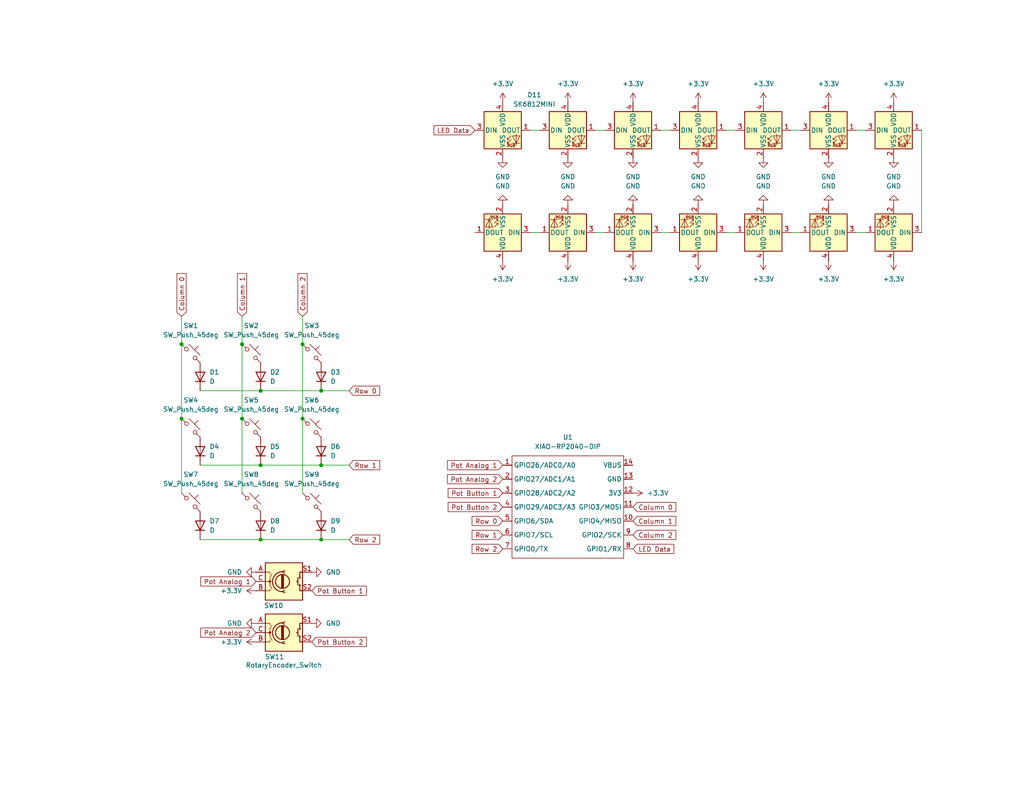
<source format=kicad_sch>
(kicad_sch (version 20231120) (generator "eeschema") (generator_version "8.0")
  (paper "USLetter")
  (title_block (title "SplashPad") (date "2025-02-07") (rev "1") (company "Logan Peterson"))
  (lib_symbols
    (symbol "Device:D" (pin_numbers hide) (pin_names (offset 1.016) hide)
      (property "Reference" "D" (at 0 2.54 0))
      (property "Value" "D" (at 0 -2.54 0))
      (symbol "D_0_1"
        (polyline (pts (xy -1.27 1.27) (xy -1.27 -1.27)) (stroke (width 0.254)))
        (polyline (pts (xy 1.27 0) (xy -1.27 0)))
        (polyline (pts (xy 1.27 1.27) (xy 1.27 -1.27) (xy -1.27 0) (xy 1.27 1.27)) (stroke (width 0.254)))
      )
      (symbol "D_1_1"
        (pin passive line (at -3.81 0 0) (length 2.54) (name "K") (number "1"))
        (pin passive line (at 3.81 0 180) (length 2.54) (name "A") (number "2"))
      )
    )
    (symbol "Device:RotaryEncoder_Switch" (pin_names (offset 0.254) hide)
      (property "Reference" "SW" (at 0 6.604 0))
      (property "Value" "RotaryEncoder_Switch" (at 0 -6.604 0))
      (symbol "RotaryEncoder_Switch_0_1"
        (rectangle (start -5.08 5.08) (end 5.08 -5.08) (stroke (width 0.254)) (fill (type background)))
        (circle (center -3.81 0) (radius 0.254) (fill (type outline)))
        (circle (center -0.381 0) (radius 1.905) (stroke (width 0.254)))
        (arc (start -0.381 2.667) (mid -3.0988 -0.0635) (end -0.381 -2.794) (stroke (width 0.254)))
        (polyline (pts (xy -0.635 -1.778) (xy -0.635 1.778)) (stroke (width 0.254)))
        (polyline (pts (xy -0.381 -1.778) (xy -0.381 1.778)) (stroke (width 0.254)))
        (polyline (pts (xy -0.127 1.778) (xy -0.127 -1.778)) (stroke (width 0.254)))
        (polyline (pts (xy 3.81 0) (xy 3.429 0)) (stroke (width 0.254)))
        (polyline (pts (xy 3.81 1.016) (xy 3.81 -1.016)) (stroke (width 0.254)))
        (polyline (pts (xy -5.08 -2.54) (xy -3.81 -2.54) (xy -3.81 -2.032)))
        (polyline (pts (xy -5.08 2.54) (xy -3.81 2.54) (xy -3.81 2.032)))
        (polyline (pts (xy 0.254 -3.048) (xy -0.508 -2.794) (xy 0.127 -2.413)) (stroke (width 0.254)))
        (polyline (pts (xy 0.254 2.921) (xy -0.508 2.667) (xy 0.127 2.286)) (stroke (width 0.254)))
        (polyline (pts (xy 5.08 -2.54) (xy 4.318 -2.54) (xy 4.318 -1.016)) (stroke (width 0.254)))
        (polyline (pts (xy 5.08 2.54) (xy 4.318 2.54) (xy 4.318 1.016)) (stroke (width 0.254)))
        (polyline (pts (xy -5.08 0) (xy -3.81 0) (xy -3.81 -1.016) (xy -3.302 -2.032)))
        (polyline (pts (xy -4.318 0) (xy -3.81 0) (xy -3.81 1.016) (xy -3.302 2.032)))
        (circle (center 4.318 -1.016) (radius 0.127) (stroke (width 0.254)))
        (circle (center 4.318 1.016) (radius 0.127) (stroke (width 0.254)))
      )
      (symbol "RotaryEncoder_Switch_1_1"
        (pin passive line (at -7.62 2.54 0) (length 2.54) (name "A") (number "A"))
        (pin passive line (at -7.62 -2.54 0) (length 2.54) (name "B") (number "B"))
        (pin passive line (at -7.62 0 0) (length 2.54) (name "C") (number "C"))
        (pin passive line (at 7.62 2.54 180) (length 2.54) (name "S1") (number "S1"))
        (pin passive line (at 7.62 -2.54 180) (length 2.54) (name "S2") (number "S2"))
      )
    )
    (symbol "LED:SK6812MINI" (pin_names (offset 0.254))
      (property "Reference" "D" (at 5.08 5.715 0))
      (property "Value" "SK6812MINI" (at 1.27 -5.715 0))
      (symbol "SK6812MINI_0_0"
        (text "RGB" (at 2.286 -4.191 0) (effects (font (size 0.762 0.762))))
      )
      (symbol "SK6812MINI_0_1"
        (polyline (pts (xy 1.27 -3.556) (xy 1.778 -3.556)))
        (polyline (pts (xy 1.27 -2.54) (xy 1.778 -2.54)))
        (polyline (pts (xy 4.699 -3.556) (xy 2.667 -3.556)))
        (polyline (pts (xy 2.286 -2.54) (xy 1.27 -3.556) (xy 1.27 -3.048)))
        (polyline (pts (xy 2.286 -1.524) (xy 1.27 -2.54) (xy 1.27 -2.032)))
        (polyline (pts (xy 3.683 -1.016) (xy 3.683 -3.556) (xy 3.683 -4.064)))
        (polyline (pts (xy 4.699 -1.524) (xy 2.667 -1.524) (xy 3.683 -3.556) (xy 4.699 -1.524)))
        (rectangle (start 5.08 5.08) (end -5.08 -5.08) (stroke (width 0.254)) (fill (type background)))
      )
      (symbol "SK6812MINI_1_1"
        (pin output line (at 7.62 0 180) (length 2.54) (name "DOUT") (number "1"))
        (pin power_in line (at 0 -7.62 90) (length 2.54) (name "VSS") (number "2"))
        (pin input line (at -7.62 0 0) (length 2.54) (name "DIN") (number "3"))
        (pin power_in line (at 0 7.62 270) (length 2.54) (name "VDD") (number "4"))
      )
    )
    (symbol "Seeed_Studio_XIAO_Series:XIAO-RP2040-DIP"
      (property "Reference" "U" (at 0 0 0))
      (property "Value" "XIAO-RP2040-DIP" (at 5.334 -1.778 0))
      (symbol "XIAO-RP2040-DIP_1_0"
        (polyline (pts (xy -1.27 -30.48) (xy -1.27 -16.51)) (stroke (width 0.1524)))
        (polyline (pts (xy -1.27 -27.94) (xy -2.54 -27.94)) (stroke (width 0.1524)))
        (polyline (pts (xy -1.27 -24.13) (xy -2.54 -24.13)) (stroke (width 0.1524)))
        (polyline (pts (xy -1.27 -20.32) (xy -2.54 -20.32)) (stroke (width 0.1524)))
        (polyline (pts (xy -1.27 -16.51) (xy -2.54 -16.51)) (stroke (width 0.1524)))
        (polyline (pts (xy -1.27 -16.51) (xy -1.27 -12.7)) (stroke (width 0.1524)))
        (polyline (pts (xy -1.27 -12.7) (xy -2.54 -12.7)) (stroke (width 0.1524)))
        (polyline (pts (xy -1.27 -12.7) (xy -1.27 -8.89)) (stroke (width 0.1524)))
        (polyline (pts (xy -1.27 -8.89) (xy -2.54 -8.89)) (stroke (width 0.1524)))
        (polyline (pts (xy -1.27 -8.89) (xy -1.27 -5.08)) (stroke (width 0.1524)))
        (polyline (pts (xy -1.27 -5.08) (xy -2.54 -5.08)) (stroke (width 0.1524)))
        (polyline (pts (xy -1.27 -5.08) (xy -1.27 -2.54)) (stroke (width 0.1524)))
        (polyline (pts (xy -1.27 -2.54) (xy 29.21 -2.54)) (stroke (width 0.1524)))
        (polyline (pts (xy 29.21 -30.48) (xy -1.27 -30.48)) (stroke (width 0.1524)))
        (polyline (pts (xy 29.21 -12.7) (xy 29.21 -30.48)) (stroke (width 0.1524)))
        (polyline (pts (xy 29.21 -8.89) (xy 29.21 -12.7)) (stroke (width 0.1524)))
        (polyline (pts (xy 29.21 -5.08) (xy 29.21 -8.89)) (stroke (width 0.1524)))
        (polyline (pts (xy 29.21 -2.54) (xy 29.21 -5.08)) (stroke (width 0.1524)))
        (polyline (pts (xy 30.48 -27.94) (xy 29.21 -27.94)) (stroke (width 0.1524)))
        (polyline (pts (xy 30.48 -24.13) (xy 29.21 -24.13)) (stroke (width 0.1524)))
        (polyline (pts (xy 30.48 -20.32) (xy 29.21 -20.32)) (stroke (width 0.1524)))
        (polyline (pts (xy 30.48 -16.51) (xy 29.21 -16.51)) (stroke (width 0.1524)))
        (polyline (pts (xy 30.48 -12.7) (xy 29.21 -12.7)) (stroke (width 0.1524)))
        (polyline (pts (xy 30.48 -8.89) (xy 29.21 -8.89)) (stroke (width 0.1524)))
        (polyline (pts (xy 30.48 -5.08) (xy 29.21 -5.08)) (stroke (width 0.1524)))
        (pin passive line (at -3.81 -5.08 0) (length 2.54) (name "GPIO26/ADC0/A0") (number "1"))
        (pin passive line (at 31.75 -20.32 180) (length 2.54) (name "GPIO4/MISO") (number "10"))
        (pin passive line (at 31.75 -16.51 180) (length 2.54) (name "GPIO3/MOSI") (number "11"))
        (pin passive line (at 31.75 -12.7 180) (length 2.54) (name "3V3") (number "12"))
        (pin passive line (at 31.75 -8.89 180) (length 2.54) (name "GND") (number "13"))
        (pin passive line (at 31.75 -5.08 180) (length 2.54) (name "VBUS") (number "14"))
        (pin passive line (at -3.81 -8.89 0) (length 2.54) (name "GPIO27/ADC1/A1") (number "2"))
        (pin passive line (at -3.81 -12.7 0) (length 2.54) (name "GPIO28/ADC2/A2") (number "3"))
        (pin passive line (at -3.81 -16.51 0) (length 2.54) (name "GPIO29/ADC3/A3") (number "4"))
        (pin passive line (at -3.81 -20.32 0) (length 2.54) (name "GPIO6/SDA") (number "5"))
        (pin passive line (at -3.81 -24.13 0) (length 2.54) (name "GPIO7/SCL") (number "6"))
        (pin passive line (at -3.81 -27.94 0) (length 2.54) (name "GPIO0/TX") (number "7"))
        (pin passive line (at 31.75 -27.94 180) (length 2.54) (name "GPIO1/RX") (number "8"))
        (pin passive line (at 31.75 -24.13 180) (length 2.54) (name "GPIO2/SCK") (number "9"))
      )
    )
    (symbol "Switch:SW_Push_45deg" (pin_numbers hide) (pin_names (offset 1.016) hide)
      (property "Reference" "SW" (at 3.048 1.016 0))
      (property "Value" "SW_Push_45deg" (at 0 -3.81 0))
      (symbol "SW_Push_45deg_0_1"
        (circle (center -1.1684 1.1684) (radius 0.508))
        (polyline (pts (xy -0.508 2.54) (xy 2.54 -0.508)))
        (polyline (pts (xy 1.016 1.016) (xy 2.032 2.032)))
        (polyline (pts (xy -2.54 2.54) (xy -1.524 1.524) (xy -1.524 1.524)))
        (polyline (pts (xy 1.524 -1.524) (xy 2.54 -2.54) (xy 2.54 -2.54) (xy 2.54 -2.54)))
        (circle (center 1.143 -1.1938) (radius 0.508))
        (pin passive line (at -2.54 2.54 0) (length 0) (name "1") (number "1"))
        (pin passive line (at 2.54 -2.54 180) (length 0) (name "2") (number "2"))
      )
    )
    (symbol "power:+3.3V" (power) (pin_numbers hide) (pin_names (offset 0) hide)
      (property "Value" "+3.3V" (at 0 3.556 0))
      (symbol "+3.3V_0_1"
        (polyline (pts (xy -0.762 1.27) (xy 0 2.54)))
        (polyline (pts (xy 0 0) (xy 0 2.54)))
        (polyline (pts (xy 0 2.54) (xy 0.762 1.27)))
      )
      (symbol "+3.3V_1_1"
        (pin power_in line (at 0 0 90) (length 0) (name "~") (number "1"))
      )
    )
    (symbol "power:GND" (power) (pin_numbers hide) (pin_names (offset 0) hide)
      (property "Value" "GND" (at 0 -3.81 0))
      (symbol "GND_0_1"
        (polyline (pts (xy 0 0) (xy 0 -1.27) (xy 1.27 -1.27) (xy 0 -2.54) (xy -1.27 -1.27) (xy 0 -1.27)))
      )
      (symbol "GND_1_1"
        (pin power_in line (at 0 0 270) (length 0) (name "~") (number "1"))
      )
    )
  )
  (junction (at 82.55 93.98))
  (junction (at 71.12 147.32))
  (junction (at 49.53 114.3))
  (junction (at 87.63 127))
  (junction (at 66.04 114.3))
  (junction (at 71.12 127))
  (junction (at 87.63 147.32))
  (junction (at 87.63 106.68))
  (junction (at 49.53 93.98))
  (junction (at 66.04 93.98))
  (junction (at 82.55 114.3))
  (junction (at 71.12 106.68))
  (wire (pts (xy 200.66 63.5) (xy 198.12 63.5)))
  (wire (pts (xy 198.12 35.56) (xy 200.66 35.56)))
  (wire (pts (xy 82.55 93.98) (xy 82.55 114.3)))
  (wire (pts (xy 49.53 93.98) (xy 49.53 114.3)))
  (wire (pts (xy 71.12 106.68) (xy 87.63 106.68)))
  (wire (pts (xy 54.61 106.68) (xy 71.12 106.68)))
  (wire (pts (xy 236.22 63.5) (xy 233.68 63.5)))
  (wire (pts (xy 87.63 127) (xy 95.25 127)))
  (wire (pts (xy 218.44 63.5) (xy 215.9 63.5)))
  (wire (pts (xy 251.46 35.56) (xy 251.46 63.5)))
  (wire (pts (xy 162.56 63.5) (xy 165.1 63.5)))
  (wire (pts (xy 95.25 147.32) (xy 87.63 147.32)))
  (wire (pts (xy 180.34 35.56) (xy 182.88 35.56)))
  (wire (pts (xy 66.04 114.3) (xy 66.04 134.62)))
  (wire (pts (xy 162.56 35.56) (xy 165.1 35.56)))
  (wire (pts (xy 95.25 106.68) (xy 87.63 106.68)))
  (wire (pts (xy 66.04 86.36) (xy 66.04 93.98)))
  (wire (pts (xy 144.78 35.56) (xy 147.32 35.56)))
  (wire (pts (xy 54.61 127) (xy 71.12 127)))
  (wire (pts (xy 66.04 93.98) (xy 66.04 114.3)))
  (wire (pts (xy 49.53 114.3) (xy 49.53 134.62)))
  (wire (pts (xy 71.12 147.32) (xy 87.63 147.32)))
  (wire (pts (xy 54.61 147.32) (xy 71.12 147.32)))
  (wire (pts (xy 82.55 114.3) (xy 82.55 134.62)))
  (wire (pts (xy 236.22 35.56) (xy 233.68 35.56)))
  (wire (pts (xy 182.88 63.5) (xy 180.34 63.5)))
  (wire (pts (xy 71.12 127) (xy 87.63 127)))
  (wire (pts (xy 215.9 35.56) (xy 218.44 35.56)))
  (wire (pts (xy 144.78 63.5) (xy 147.32 63.5)))
  (wire (pts (xy 49.53 86.36) (xy 49.53 93.98)))
  (wire (pts (xy 82.55 86.36) (xy 82.55 93.98)))
  (global_label "Row 1" (shape input) (at 95.25 127 0) (property "Intersheetrefs" "${INTERSHEET_REFS}" (effects (hide yes))))
  (global_label "Pot Button 2" (shape input) (at 137.16 138.43 180) (property "Intersheetrefs" "${INTERSHEET_REFS}" (effects (hide yes))))
  (global_label "Pot Analog 2" (shape input) (at 137.16 130.81 180) (property "Intersheetrefs" "${INTERSHEET_REFS}" (effects (hide yes))))
  (global_label "Row 2" (shape input) (at 95.25 147.32 0) (property "Intersheetrefs" "${INTERSHEET_REFS}" (effects (hide yes))))
  (global_label "Row 0" (shape input) (at 95.25 106.68 0) (property "Intersheetrefs" "${INTERSHEET_REFS}" (effects (hide yes))))
  (global_label "Row 1" (shape input) (at 137.16 146.05 180) (property "Intersheetrefs" "${INTERSHEET_REFS}" (effects (hide yes))))
  (global_label "Pot Analog 1" (shape input) (at 69.85 158.75 180) (property "Intersheetrefs" "${INTERSHEET_REFS}" (effects (hide yes))))
  (global_label "LED Data" (shape input) (at 172.72 149.86 0) (property "Intersheetrefs" "${INTERSHEET_REFS}" (effects (hide yes))))
  (global_label "Pot Button 1" (shape input) (at 85.09 161.29 0) (property "Intersheetrefs" "${INTERSHEET_REFS}" (effects (hide yes))))
  (global_label "Column 0" (shape input) (at 49.53 86.36 90) (property "Intersheetrefs" "${INTERSHEET_REFS}" (effects (hide yes))))
  (global_label "Column 2" (shape input) (at 82.55 86.36 90) (property "Intersheetrefs" "${INTERSHEET_REFS}" (effects (hide yes))))
  (global_label "Column 1" (shape input) (at 172.72 142.24 0) (property "Intersheetrefs" "${INTERSHEET_REFS}" (effects (hide yes))))
  (global_label "Row 2" (shape input) (at 137.16 149.86 180) (property "Intersheetrefs" "${INTERSHEET_REFS}" (effects (hide yes))))
  (global_label "Pot Button 2" (shape input) (at 85.09 175.26 0) (property "Intersheetrefs" "${INTERSHEET_REFS}" (effects (hide yes))))
  (global_label "Column 0" (shape input) (at 172.72 138.43 0) (property "Intersheetrefs" "${INTERSHEET_REFS}" (effects (hide yes))))
  (global_label "Pot Button 1" (shape input) (at 137.16 134.62 180) (property "Intersheetrefs" "${INTERSHEET_REFS}" (effects (hide yes))))
  (global_label "Column 2" (shape input) (at 172.72 146.05 0) (property "Intersheetrefs" "${INTERSHEET_REFS}" (effects (hide yes))))
  (global_label "Column 1" (shape input) (at 66.04 86.36 90) (property "Intersheetrefs" "${INTERSHEET_REFS}" (effects (hide yes))))
  (global_label "LED Data" (shape input) (at 129.54 35.56 180) (property "Intersheetrefs" "${INTERSHEET_REFS}" (effects (hide yes))))
  (global_label "Pot Analog 1" (shape input) (at 137.16 127 180) (property "Intersheetrefs" "${INTERSHEET_REFS}" (effects (hide yes))))
  (global_label "Pot Analog 2" (shape input) (at 69.85 172.72 180) (property "Intersheetrefs" "${INTERSHEET_REFS}" (effects (hide yes))))
  (global_label "Row 0" (shape input) (at 137.16 142.24 180) (property "Intersheetrefs" "${INTERSHEET_REFS}" (effects (hide yes))))
  (symbol (lib_id "LED:SK6812MINI") (at 137.16 35.56 0) (unit 1)
    (property "Reference" "D10" (effects (hide yes)))
    (property "Value" "SK6812MINI" (effects (hide yes)))
    (property "Footprint" "LED_SMD:LED_SK6812MINI_PLCC4_3.5x3.5mm_P1.75mm" (effects (hide yes)))
    (property "Datasheet" "https://cdn-shop.adafruit.com/product-files/2686/SK6812MINI_REV.01-1-2.pdf" (effects (hide yes)))
    (property "Description" "RGB LED with integrated controller" (effects (hide yes)))
  )
  (symbol (lib_id "Switch:SW_Push_45deg") (at 52.07 137.16 0) (unit 1)
    (property "Reference" "SW7" (at 52.07 129.54 0))
    (property "Value" "SW_Push_45deg" (at 52.07 132.08 0))
    (property "Footprint" "Button_Switch_Keyboard:SW_Cherry_MX_1.00u_PCB" (effects (hide yes)))
    (property "Description" "Push button switch, normally open, two pins, 45° tilted" (effects (hide yes)))
  )
  (symbol (lib_id "power:+3.3V") (at 154.94 27.94 0) (unit 1)
    (property "Reference" "#PWR09" (effects (hide yes)))
    (property "Value" "+3.3V" (at 154.94 22.86 0))
    (property "Description" "Power symbol creates a global label with name \"+3.3V\"" (effects (hide yes)))
  )
  (symbol (lib_id "power:GND") (at 190.5 55.88 180) (unit 1)
    (property "Reference" "#PWR028" (effects (hide yes)))
    (property "Value" "GND" (at 190.5 50.8 0))
    (property "Description" "Power symbol creates a global label with name \"GND\" , ground" (effects (hide yes)))
  )
  (symbol (lib_id "Seeed_Studio_XIAO_Series:XIAO-RP2040-DIP") (at 140.97 121.92 0) (unit 1)
    (property "Reference" "U1" (at 154.94 119.38 0))
    (property "Value" "XIAO-RP2040-DIP" (at 154.94 121.92 0))
    (property "Footprint" "Seeed Studio XIAO Series Library:XIAO-RP2040-DIP" (effects (hide yes)))
  )
  (symbol (lib_id "LED:SK6812MINI") (at 172.72 63.5 180) (unit 1)
    (property "Reference" "D21" (effects (hide yes)))
    (property "Value" "SK6812MINI" (effects (hide yes)))
    (property "Footprint" "LED_SMD:LED_SK6812MINI_PLCC4_3.5x3.5mm_P1.75mm" (effects (hide yes)))
    (property "Datasheet" "https://cdn-shop.adafruit.com/product-files/2686/SK6812MINI_REV.01-1-2.pdf" (effects (hide yes)))
    (property "Description" "RGB LED with integrated controller" (effects (hide yes)))
  )
  (symbol (lib_id "power:GND") (at 208.28 43.18 0) (unit 1)
    (property "Reference" "#PWR017" (effects (hide yes)))
    (property "Value" "GND" (at 208.28 48.26 0))
    (property "Description" "Power symbol creates a global label with name \"GND\" , ground" (effects (hide yes)))
  )
  (symbol (lib_id "LED:SK6812MINI") (at 226.06 63.5 180) (unit 1)
    (property "Reference" "D18" (effects (hide yes)))
    (property "Value" "SK6812MINI" (effects (hide yes)))
    (property "Footprint" "LED_SMD:LED_SK6812MINI_PLCC4_3.5x3.5mm_P1.75mm" (effects (hide yes)))
    (property "Datasheet" "https://cdn-shop.adafruit.com/product-files/2686/SK6812MINI_REV.01-1-2.pdf" (effects (hide yes)))
    (property "Description" "RGB LED with integrated controller" (effects (hide yes)))
  )
  (symbol (lib_id "LED:SK6812MINI") (at 154.94 35.56 0) (unit 1)
    (property "Reference" "D11" (at 145.796 25.908 0))
    (property "Value" "SK6812MINI" (at 145.796 28.448 0))
    (property "Footprint" "LED_SMD:LED_SK6812MINI_PLCC4_3.5x3.5mm_P1.75mm" (effects (hide yes)))
    (property "Datasheet" "https://cdn-shop.adafruit.com/product-files/2686/SK6812MINI_REV.01-1-2.pdf" (effects (hide yes)))
    (property "Description" "RGB LED with integrated controller" (effects (hide yes)))
  )
  (symbol (lib_id "Device:D") (at 87.63 143.51 270) (mirror x) (unit 1)
    (property "Reference" "D9" (at 90.17 142.2399 90) (effects (justify left)))
    (property "Value" "D" (at 90.17 144.7799 90) (effects (justify left)))
    (property "Footprint" "Diode_THT:D_DO-35_SOD27_P7.62mm_Horizontal" (effects (hide yes)))
    (property "Description" "Diode" (effects (hide yes)))
    (property "Sim.Device" "D" (effects (hide yes)))
    (property "Sim.Pins" "1=K 2=A" (effects (hide yes)))
  )
  (symbol (lib_id "Device:D") (at 71.12 123.19 270) (mirror x) (unit 1)
    (property "Reference" "D5" (at 73.66 121.9199 90) (effects (justify left)))
    (property "Value" "D" (at 73.66 124.4599 90) (effects (justify left)))
    (property "Footprint" "Diode_THT:D_DO-35_SOD27_P7.62mm_Horizontal" (effects (hide yes)))
    (property "Description" "Diode" (effects (hide yes)))
    (property "Sim.Device" "D" (effects (hide yes)))
    (property "Sim.Pins" "1=K 2=A" (effects (hide yes)))
  )
  (symbol (lib_id "power:+3.3V") (at 137.16 71.12 180) (unit 1)
    (property "Reference" "#PWR035" (effects (hide yes)))
    (property "Value" "+3.3V" (at 137.16 76.2 0))
    (property "Description" "Power symbol creates a global label with name \"+3.3V\"" (effects (hide yes)))
  )
  (symbol (lib_id "power:+3.3V") (at 69.85 161.29 90) (unit 1)
    (property "Reference" "#PWR05" (effects (hide yes)))
    (property "Value" "+3.3V" (at 66.04 161.2899 90) (effects (justify left)))
    (property "Description" "Power symbol creates a global label with name \"+3.3V\"" (effects (hide yes)))
  )
  (symbol (lib_id "power:GND") (at 85.09 170.18 90) (unit 1)
    (property "Reference" "#PWR02" (effects (hide yes)))
    (property "Value" "GND" (at 88.9 170.1799 90) (effects (justify right)))
    (property "Description" "Power symbol creates a global label with name \"GND\" , ground" (effects (hide yes)))
  )
  (symbol (lib_id "power:GND") (at 137.16 43.18 0) (unit 1)
    (property "Reference" "#PWR011" (effects (hide yes)))
    (property "Value" "GND" (at 137.16 48.26 0))
    (property "Description" "Power symbol creates a global label with name \"GND\" , ground" (effects (hide yes)))
  )
  (symbol (lib_id "LED:SK6812MINI") (at 137.16 63.5 180) (unit 1)
    (property "Reference" "D23" (effects (hide yes)))
    (property "Value" "SK6812MINI" (effects (hide yes)))
    (property "Footprint" "LED_SMD:LED_SK6812MINI_PLCC4_3.5x3.5mm_P1.75mm" (effects (hide yes)))
    (property "Datasheet" "https://cdn-shop.adafruit.com/product-files/2686/SK6812MINI_REV.01-1-2.pdf" (effects (hide yes)))
    (property "Description" "RGB LED with integrated controller" (effects (hide yes)))
  )
  (symbol (lib_id "power:+3.3V") (at 69.85 175.26 90) (unit 1)
    (property "Reference" "#PWR06" (effects (hide yes)))
    (property "Value" "+3.3V" (at 66.04 175.2599 90) (effects (justify left)))
    (property "Description" "Power symbol creates a global label with name \"+3.3V\"" (effects (hide yes)))
  )
  (symbol (lib_id "power:+3.3V") (at 226.06 71.12 180) (unit 1)
    (property "Reference" "#PWR025" (effects (hide yes)))
    (property "Value" "+3.3V" (at 226.06 76.2 0))
    (property "Description" "Power symbol creates a global label with name \"+3.3V\"" (effects (hide yes)))
  )
  (symbol (lib_id "LED:SK6812MINI") (at 190.5 63.5 180) (unit 1)
    (property "Reference" "D20" (effects (hide yes)))
    (property "Value" "SK6812MINI" (effects (hide yes)))
    (property "Footprint" "LED_SMD:LED_SK6812MINI_PLCC4_3.5x3.5mm_P1.75mm" (effects (hide yes)))
    (property "Datasheet" "https://cdn-shop.adafruit.com/product-files/2686/SK6812MINI_REV.01-1-2.pdf" (effects (hide yes)))
    (property "Description" "RGB LED with integrated controller" (effects (hide yes)))
  )
  (symbol (lib_id "power:+3.3V") (at 190.5 71.12 180) (unit 1)
    (property "Reference" "#PWR029" (effects (hide yes)))
    (property "Value" "+3.3V" (at 190.5 76.2 0))
    (property "Description" "Power symbol creates a global label with name \"+3.3V\"" (effects (hide yes)))
  )
  (symbol (lib_id "Device:D") (at 87.63 123.19 270) (mirror x) (unit 1)
    (property "Reference" "D6" (at 90.17 121.9199 90) (effects (justify left)))
    (property "Value" "D" (at 90.17 124.4599 90) (effects (justify left)))
    (property "Footprint" "Diode_THT:D_DO-35_SOD27_P7.62mm_Horizontal" (effects (hide yes)))
    (property "Description" "Diode" (effects (hide yes)))
    (property "Sim.Device" "D" (effects (hide yes)))
    (property "Sim.Pins" "1=K 2=A" (effects (hide yes)))
  )
  (symbol (lib_id "Switch:SW_Push_45deg") (at 68.58 116.84 0) (unit 1)
    (property "Reference" "SW5" (at 68.58 109.22 0))
    (property "Value" "SW_Push_45deg" (at 68.58 111.76 0))
    (property "Footprint" "Button_Switch_Keyboard:SW_Cherry_MX_1.00u_PCB" (effects (hide yes)))
    (property "Description" "Push button switch, normally open, two pins, 45° tilted" (effects (hide yes)))
  )
  (symbol (lib_id "LED:SK6812MINI") (at 243.84 35.56 0) (unit 1)
    (property "Reference" "D16" (effects (hide yes)))
    (property "Value" "SK6812MINI" (effects (hide yes)))
    (property "Footprint" "LED_SMD:LED_SK6812MINI_PLCC4_3.5x3.5mm_P1.75mm" (effects (hide yes)))
    (property "Datasheet" "https://cdn-shop.adafruit.com/product-files/2686/SK6812MINI_REV.01-1-2.pdf" (effects (hide yes)))
    (property "Description" "RGB LED with integrated controller" (effects (hide yes)))
  )
  (symbol (lib_id "power:GND") (at 85.09 156.21 90) (unit 1)
    (property "Reference" "#PWR01" (effects (hide yes)))
    (property "Value" "GND" (at 88.9 156.2099 90) (effects (justify right)))
    (property "Description" "Power symbol creates a global label with name \"GND\" , ground" (effects (hide yes)))
  )
  (symbol (lib_id "power:+3.3V") (at 243.84 71.12 180) (unit 1)
    (property "Reference" "#PWR021" (effects (hide yes)))
    (property "Value" "+3.3V" (at 243.84 76.2 0))
    (property "Description" "Power symbol creates a global label with name \"+3.3V\"" (effects (hide yes)))
  )
  (symbol (lib_id "LED:SK6812MINI") (at 172.72 35.56 0) (unit 1)
    (property "Reference" "D12" (effects (hide yes)))
    (property "Value" "SK6812MINI" (effects (hide yes)))
    (property "Footprint" "LED_SMD:LED_SK6812MINI_PLCC4_3.5x3.5mm_P1.75mm" (effects (hide yes)))
    (property "Datasheet" "https://cdn-shop.adafruit.com/product-files/2686/SK6812MINI_REV.01-1-2.pdf" (effects (hide yes)))
    (property "Description" "RGB LED with integrated controller" (effects (hide yes)))
  )
  (symbol (lib_id "LED:SK6812MINI") (at 208.28 63.5 180) (unit 1)
    (property "Reference" "D19" (effects (hide yes)))
    (property "Value" "SK6812MINI" (effects (hide yes)))
    (property "Footprint" "LED_SMD:LED_SK6812MINI_PLCC4_3.5x3.5mm_P1.75mm" (effects (hide yes)))
    (property "Datasheet" "https://cdn-shop.adafruit.com/product-files/2686/SK6812MINI_REV.01-1-2.pdf" (effects (hide yes)))
    (property "Description" "RGB LED with integrated controller" (effects (hide yes)))
  )
  (symbol (lib_id "power:GND") (at 226.06 55.88 180) (unit 1)
    (property "Reference" "#PWR024" (effects (hide yes)))
    (property "Value" "GND" (at 226.06 50.8 0))
    (property "Description" "Power symbol creates a global label with name \"GND\" , ground" (effects (hide yes)))
  )
  (symbol (lib_id "Switch:SW_Push_45deg") (at 52.07 96.52 0) (unit 1)
    (property "Reference" "SW1" (at 52.07 88.9 0))
    (property "Value" "SW_Push_45deg" (at 52.07 91.44 0))
    (property "Footprint" "Button_Switch_Keyboard:SW_Cherry_MX_1.00u_PCB" (effects (hide yes)))
    (property "Description" "Push button switch, normally open, two pins, 45° tilted" (effects (hide yes)))
  )
  (symbol (lib_id "LED:SK6812MINI") (at 208.28 35.56 0) (unit 1)
    (property "Reference" "D14" (effects (hide yes)))
    (property "Value" "SK6812MINI" (effects (hide yes)))
    (property "Footprint" "LED_SMD:LED_SK6812MINI_PLCC4_3.5x3.5mm_P1.75mm" (effects (hide yes)))
    (property "Datasheet" "https://cdn-shop.adafruit.com/product-files/2686/SK6812MINI_REV.01-1-2.pdf" (effects (hide yes)))
    (property "Description" "RGB LED with integrated controller" (effects (hide yes)))
  )
  (symbol (lib_id "power:GND") (at 154.94 43.18 0) (unit 1)
    (property "Reference" "#PWR012" (effects (hide yes)))
    (property "Value" "GND" (at 154.94 48.26 0))
    (property "Description" "Power symbol creates a global label with name \"GND\" , ground" (effects (hide yes)))
  )
  (symbol (lib_id "power:GND") (at 69.85 156.21 270) (unit 1)
    (property "Reference" "#PWR04" (effects (hide yes)))
    (property "Value" "GND" (at 66.04 156.2099 90) (effects (justify right)))
    (property "Description" "Power symbol creates a global label with name \"GND\" , ground" (effects (hide yes)))
  )
  (symbol (lib_id "power:GND") (at 137.16 55.88 180) (unit 1)
    (property "Reference" "#PWR034" (effects (hide yes)))
    (property "Value" "GND" (at 137.16 50.8 0))
    (property "Description" "Power symbol creates a global label with name \"GND\" , ground" (effects (hide yes)))
  )
  (symbol (lib_id "power:+3.3V") (at 137.16 27.94 0) (unit 1)
    (property "Reference" "#PWR08" (effects (hide yes)))
    (property "Value" "+3.3V" (at 137.16 22.86 0))
    (property "Description" "Power symbol creates a global label with name \"+3.3V\"" (effects (hide yes)))
  )
  (symbol (lib_id "power:GND") (at 226.06 43.18 0) (unit 1)
    (property "Reference" "#PWR019" (effects (hide yes)))
    (property "Value" "GND" (at 226.06 48.26 0))
    (property "Description" "Power symbol creates a global label with name \"GND\" , ground" (effects (hide yes)))
  )
  (symbol (lib_id "power:GND") (at 243.84 55.88 180) (unit 1)
    (property "Reference" "#PWR020" (effects (hide yes)))
    (property "Value" "GND" (at 243.84 50.8 0))
    (property "Description" "Power symbol creates a global label with name \"GND\" , ground" (effects (hide yes)))
  )
  (symbol (lib_id "Switch:SW_Push_45deg") (at 85.09 96.52 0) (unit 1)
    (property "Reference" "SW3" (at 85.09 88.9 0))
    (property "Value" "SW_Push_45deg" (at 85.09 91.44 0))
    (property "Footprint" "Button_Switch_Keyboard:SW_Cherry_MX_1.00u_PCB" (effects (hide yes)))
    (property "Description" "Push button switch, normally open, two pins, 45° tilted" (effects (hide yes)))
  )
  (symbol (lib_id "Switch:SW_Push_45deg") (at 68.58 96.52 0) (unit 1)
    (property "Reference" "SW2" (at 68.58 88.9 0))
    (property "Value" "SW_Push_45deg" (at 68.58 91.44 0))
    (property "Footprint" "Button_Switch_Keyboard:SW_Cherry_MX_1.00u_PCB" (effects (hide yes)))
    (property "Description" "Push button switch, normally open, two pins, 45° tilted" (effects (hide yes)))
  )
  (symbol (lib_id "power:GND") (at 243.84 43.18 0) (unit 1)
    (property "Reference" "#PWR023" (effects (hide yes)))
    (property "Value" "GND" (at 243.84 48.26 0))
    (property "Description" "Power symbol creates a global label with name \"GND\" , ground" (effects (hide yes)))
  )
  (symbol (lib_id "power:+3.3V") (at 172.72 134.62 270) (unit 1)
    (property "Reference" "#PWR07" (effects (hide yes)))
    (property "Value" "+3.3V" (at 176.53 134.6199 90) (effects (justify left)))
    (property "Description" "Power symbol creates a global label with name \"+3.3V\"" (effects (hide yes)))
  )
  (symbol (lib_id "power:GND") (at 172.72 43.18 0) (unit 1)
    (property "Reference" "#PWR013" (effects (hide yes)))
    (property "Value" "GND" (at 172.72 48.26 0))
    (property "Description" "Power symbol creates a global label with name \"GND\" , ground" (effects (hide yes)))
  )
  (symbol (lib_id "power:+3.3V") (at 208.28 71.12 180) (unit 1)
    (property "Reference" "#PWR027" (effects (hide yes)))
    (property "Value" "+3.3V" (at 208.28 76.2 0))
    (property "Description" "Power symbol creates a global label with name \"+3.3V\"" (effects (hide yes)))
  )
  (symbol (lib_id "Switch:SW_Push_45deg") (at 52.07 116.84 0) (unit 1)
    (property "Reference" "SW4" (at 52.07 109.22 0))
    (property "Value" "SW_Push_45deg" (at 52.07 111.76 0))
    (property "Footprint" "Button_Switch_Keyboard:SW_Cherry_MX_1.00u_PCB" (effects (hide yes)))
    (property "Description" "Push button switch, normally open, two pins, 45° tilted" (effects (hide yes)))
  )
  (symbol (lib_id "power:GND") (at 69.85 170.18 270) (unit 1)
    (property "Reference" "#PWR03" (effects (hide yes)))
    (property "Value" "GND" (at 66.04 170.1799 90) (effects (justify right)))
    (property "Description" "Power symbol creates a global label with name \"GND\" , ground" (effects (hide yes)))
  )
  (symbol (lib_id "power:+3.3V") (at 226.06 27.94 0) (unit 1)
    (property "Reference" "#PWR018" (effects (hide yes)))
    (property "Value" "+3.3V" (at 226.06 22.86 0))
    (property "Description" "Power symbol creates a global label with name \"+3.3V\"" (effects (hide yes)))
  )
  (symbol (lib_id "Device:D") (at 87.63 102.87 270) (mirror x) (unit 1)
    (property "Reference" "D3" (at 90.17 101.5999 90) (effects (justify left)))
    (property "Value" "D" (at 90.17 104.1399 90) (effects (justify left)))
    (property "Footprint" "Diode_THT:D_DO-35_SOD27_P7.62mm_Horizontal" (effects (hide yes)))
    (property "Description" "Diode" (effects (hide yes)))
    (property "Sim.Device" "D" (effects (hide yes)))
    (property "Sim.Pins" "1=K 2=A" (effects (hide yes)))
  )
  (symbol (lib_id "Switch:SW_Push_45deg") (at 85.09 137.16 0) (unit 1)
    (property "Reference" "SW9" (at 85.09 129.54 0))
    (property "Value" "SW_Push_45deg" (at 85.09 132.08 0))
    (property "Footprint" "Button_Switch_Keyboard:SW_Cherry_MX_1.00u_PCB" (effects (hide yes)))
    (property "Description" "Push button switch, normally open, two pins, 45° tilted" (effects (hide yes)))
  )
  (symbol (lib_id "Device:RotaryEncoder_Switch") (at 77.47 158.75 0) (unit 1)
    (property "Reference" "SW10" (at 74.676 165.354 0))
    (property "Value" "RotaryEncoder_Switch" (effects (hide yes)))
    (property "Footprint" "Rotary_Encoder:RotaryEncoder_Alps_EC11E-Switch_Vertical_H20mm" (effects (hide yes)))
    (property "Description" "Rotary encoder, dual channel, incremental quadrate outputs, with switch" (effects (hide yes)))
  )
  (symbol (lib_id "power:+3.3V") (at 190.5 27.94 0) (unit 1)
    (property "Reference" "#PWR014" (effects (hide yes)))
    (property "Value" "+3.3V" (at 190.5 22.86 0))
    (property "Description" "Power symbol creates a global label with name \"+3.3V\"" (effects (hide yes)))
  )
  (symbol (lib_id "power:+3.3V") (at 208.28 27.94 0) (unit 1)
    (property "Reference" "#PWR016" (effects (hide yes)))
    (property "Value" "+3.3V" (at 208.28 22.86 0))
    (property "Description" "Power symbol creates a global label with name \"+3.3V\"" (effects (hide yes)))
  )
  (symbol (lib_id "Switch:SW_Push_45deg") (at 85.09 116.84 0) (unit 1)
    (property "Reference" "SW6" (at 85.09 109.22 0))
    (property "Value" "SW_Push_45deg" (at 85.09 111.76 0))
    (property "Footprint" "Button_Switch_Keyboard:SW_Cherry_MX_1.00u_PCB" (effects (hide yes)))
    (property "Description" "Push button switch, normally open, two pins, 45° tilted" (effects (hide yes)))
  )
  (symbol (lib_id "power:GND") (at 154.94 55.88 180) (unit 1)
    (property "Reference" "#PWR032" (effects (hide yes)))
    (property "Value" "GND" (at 154.94 50.8 0))
    (property "Description" "Power symbol creates a global label with name \"GND\" , ground" (effects (hide yes)))
  )
  (symbol (lib_id "Device:D") (at 71.12 102.87 270) (mirror x) (unit 1)
    (property "Reference" "D2" (at 73.66 101.5999 90) (effects (justify left)))
    (property "Value" "D" (at 73.66 104.1399 90) (effects (justify left)))
    (property "Footprint" "Diode_THT:D_DO-35_SOD27_P7.62mm_Horizontal" (effects (hide yes)))
    (property "Description" "Diode" (effects (hide yes)))
    (property "Sim.Device" "D" (effects (hide yes)))
    (property "Sim.Pins" "1=K 2=A" (effects (hide yes)))
  )
  (symbol (lib_id "power:GND") (at 190.5 43.18 0) (unit 1)
    (property "Reference" "#PWR015" (effects (hide yes)))
    (property "Value" "GND" (at 190.5 48.26 0))
    (property "Description" "Power symbol creates a global label with name \"GND\" , ground" (effects (hide yes)))
  )
  (symbol (lib_id "LED:SK6812MINI") (at 154.94 63.5 180) (unit 1)
    (property "Reference" "D22" (effects (hide yes)))
    (property "Value" "SK6812MINI" (effects (hide yes)))
    (property "Footprint" "LED_SMD:LED_SK6812MINI_PLCC4_3.5x3.5mm_P1.75mm" (effects (hide yes)))
    (property "Datasheet" "https://cdn-shop.adafruit.com/product-files/2686/SK6812MINI_REV.01-1-2.pdf" (effects (hide yes)))
    (property "Description" "RGB LED with integrated controller" (effects (hide yes)))
  )
  (symbol (lib_id "Device:D") (at 54.61 102.87 270) (mirror x) (unit 1)
    (property "Reference" "D1" (at 57.15 101.5999 90) (effects (justify left)))
    (property "Value" "D" (at 57.15 104.1399 90) (effects (justify left)))
    (property "Footprint" "Diode_THT:D_DO-35_SOD27_P7.62mm_Horizontal" (effects (hide yes)))
    (property "Description" "Diode" (effects (hide yes)))
    (property "Sim.Device" "D" (effects (hide yes)))
    (property "Sim.Pins" "1=K 2=A" (effects (hide yes)))
  )
  (symbol (lib_id "Switch:SW_Push_45deg") (at 68.58 137.16 0) (unit 1)
    (property "Reference" "SW8" (at 68.58 129.54 0))
    (property "Value" "SW_Push_45deg" (at 68.58 132.08 0))
    (property "Footprint" "Button_Switch_Keyboard:SW_Cherry_MX_1.00u_PCB" (effects (hide yes)))
    (property "Description" "Push button switch, normally open, two pins, 45° tilted" (effects (hide yes)))
  )
  (symbol (lib_id "power:+3.3V") (at 243.84 27.94 0) (unit 1)
    (property "Reference" "#PWR022" (effects (hide yes)))
    (property "Value" "+3.3V" (at 243.84 22.86 0))
    (property "Description" "Power symbol creates a global label with name \"+3.3V\"" (effects (hide yes)))
  )
  (symbol (lib_id "power:+3.3V") (at 172.72 71.12 180) (unit 1)
    (property "Reference" "#PWR031" (effects (hide yes)))
    (property "Value" "+3.3V" (at 172.72 76.2 0))
    (property "Description" "Power symbol creates a global label with name \"+3.3V\"" (effects (hide yes)))
  )
  (symbol (lib_id "Device:D") (at 54.61 123.19 270) (mirror x) (unit 1)
    (property "Reference" "D4" (at 57.15 121.9199 90) (effects (justify left)))
    (property "Value" "D" (at 57.15 124.4599 90) (effects (justify left)))
    (property "Footprint" "Diode_THT:D_DO-35_SOD27_P7.62mm_Horizontal" (effects (hide yes)))
    (property "Description" "Diode" (effects (hide yes)))
    (property "Sim.Device" "D" (effects (hide yes)))
    (property "Sim.Pins" "1=K 2=A" (effects (hide yes)))
  )
  (symbol (lib_id "LED:SK6812MINI") (at 226.06 35.56 0) (unit 1)
    (property "Reference" "D15" (effects (hide yes)))
    (property "Value" "SK6812MINI" (effects (hide yes)))
    (property "Footprint" "LED_SMD:LED_SK6812MINI_PLCC4_3.5x3.5mm_P1.75mm" (effects (hide yes)))
    (property "Datasheet" "https://cdn-shop.adafruit.com/product-files/2686/SK6812MINI_REV.01-1-2.pdf" (effects (hide yes)))
    (property "Description" "RGB LED with integrated controller" (effects (hide yes)))
  )
  (symbol (lib_id "power:+3.3V") (at 172.72 27.94 0) (unit 1)
    (property "Reference" "#PWR010" (effects (hide yes)))
    (property "Value" "+3.3V" (at 172.72 22.86 0))
    (property "Description" "Power symbol creates a global label with name \"+3.3V\"" (effects (hide yes)))
  )
  (symbol (lib_id "LED:SK6812MINI") (at 243.84 63.5 180) (unit 1)
    (property "Reference" "D17" (effects (hide yes)))
    (property "Value" "SK6812MINI" (effects (hide yes)))
    (property "Footprint" "LED_SMD:LED_SK6812MINI_PLCC4_3.5x3.5mm_P1.75mm" (effects (hide yes)))
    (property "Datasheet" "https://cdn-shop.adafruit.com/product-files/2686/SK6812MINI_REV.01-1-2.pdf" (effects (hide yes)))
    (property "Description" "RGB LED with integrated controller" (effects (hide yes)))
  )
  (symbol (lib_id "power:+3.3V") (at 154.94 71.12 180) (unit 1)
    (property "Reference" "#PWR033" (effects (hide yes)))
    (property "Value" "+3.3V" (at 154.94 76.2 0))
    (property "Description" "Power symbol creates a global label with name \"+3.3V\"" (effects (hide yes)))
  )
  (symbol (lib_id "power:GND") (at 172.72 55.88 180) (unit 1)
    (property "Reference" "#PWR030" (effects (hide yes)))
    (property "Value" "GND" (at 172.72 50.8 0))
    (property "Description" "Power symbol creates a global label with name \"GND\" , ground" (effects (hide yes)))
  )
  (symbol (lib_id "Device:RotaryEncoder_Switch") (at 77.47 172.72 0) (unit 1)
    (property "Reference" "SW11" (at 74.93 179.324 0))
    (property "Value" "RotaryEncoder_Switch" (at 77.47 181.61 0))
    (property "Footprint" "Rotary_Encoder:RotaryEncoder_Alps_EC11E-Switch_Vertical_H20mm" (effects (hide yes)))
    (property "Description" "Rotary encoder, dual channel, incremental quadrate outputs, with switch" (effects (hide yes)))
  )
  (symbol (lib_id "Device:D") (at 71.12 143.51 270) (mirror x) (unit 1)
    (property "Reference" "D8" (at 73.66 142.2399 90) (effects (justify left)))
    (property "Value" "D" (at 73.66 144.7799 90) (effects (justify left)))
    (property "Footprint" "Diode_THT:D_DO-35_SOD27_P7.62mm_Horizontal" (effects (hide yes)))
    (property "Description" "Diode" (effects (hide yes)))
    (property "Sim.Device" "D" (effects (hide yes)))
    (property "Sim.Pins" "1=K 2=A" (effects (hide yes)))
  )
  (symbol (lib_id "LED:SK6812MINI") (at 190.5 35.56 0) (unit 1)
    (property "Reference" "D13" (effects (hide yes)))
    (property "Value" "SK6812MINI" (effects (hide yes)))
    (property "Footprint" "LED_SMD:LED_SK6812MINI_PLCC4_3.5x3.5mm_P1.75mm" (effects (hide yes)))
    (property "Datasheet" "https://cdn-shop.adafruit.com/product-files/2686/SK6812MINI_REV.01-1-2.pdf" (effects (hide yes)))
    (property "Description" "RGB LED with integrated controller" (effects (hide yes)))
  )
  (symbol (lib_id "Device:D") (at 54.61 143.51 270) (mirror x) (unit 1)
    (property "Reference" "D7" (at 57.15 142.2399 90) (effects (justify left)))
    (property "Value" "D" (at 57.15 144.7799 90) (effects (justify left)))
    (property "Footprint" "Diode_THT:D_DO-35_SOD27_P7.62mm_Horizontal" (effects (hide yes)))
    (property "Description" "Diode" (effects (hide yes)))
    (property "Sim.Device" "D" (effects (hide yes)))
    (property "Sim.Pins" "1=K 2=A" (effects (hide yes)))
  )
  (symbol (lib_id "power:GND") (at 208.28 55.88 180) (unit 1)
    (property "Reference" "#PWR026" (effects (hide yes)))
    (property "Value" "GND" (at 208.28 50.8 0))
    (property "Description" "Power symbol creates a global label with name \"GND\" , ground" (effects (hide yes)))
  )
)
</source>
